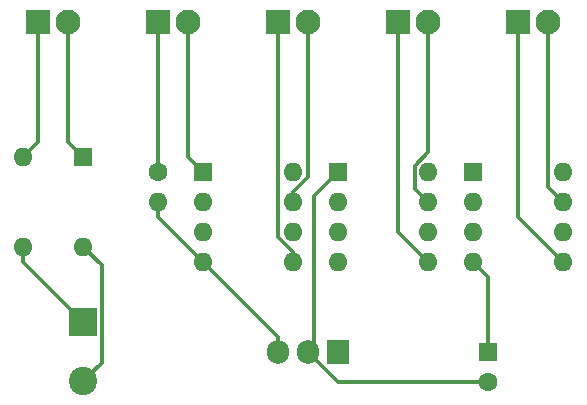
<source format=gbr>
%TF.GenerationSoftware,KiCad,Pcbnew,(5.1.12-1-10_14)*%
%TF.CreationDate,2022-01-01T08:23:09-08:00*%
%TF.ProjectId,panel-supply,70616e65-6c2d-4737-9570-706c792e6b69,0.1*%
%TF.SameCoordinates,Original*%
%TF.FileFunction,Copper,L1,Top*%
%TF.FilePolarity,Positive*%
%FSLAX46Y46*%
G04 Gerber Fmt 4.6, Leading zero omitted, Abs format (unit mm)*
G04 Created by KiCad (PCBNEW (5.1.12-1-10_14)) date 2022-01-01 08:23:09*
%MOMM*%
%LPD*%
G01*
G04 APERTURE LIST*
%TA.AperFunction,ComponentPad*%
%ADD10R,1.600000X1.600000*%
%TD*%
%TA.AperFunction,ComponentPad*%
%ADD11O,1.600000X1.600000*%
%TD*%
%TA.AperFunction,ComponentPad*%
%ADD12C,1.600000*%
%TD*%
%TA.AperFunction,ComponentPad*%
%ADD13R,2.400000X2.400000*%
%TD*%
%TA.AperFunction,ComponentPad*%
%ADD14C,2.400000*%
%TD*%
%TA.AperFunction,ComponentPad*%
%ADD15R,2.100000X2.100000*%
%TD*%
%TA.AperFunction,ComponentPad*%
%ADD16C,2.100000*%
%TD*%
%TA.AperFunction,ComponentPad*%
%ADD17R,1.905000X2.000000*%
%TD*%
%TA.AperFunction,ComponentPad*%
%ADD18O,1.905000X2.000000*%
%TD*%
%TA.AperFunction,Conductor*%
%ADD19C,0.300000*%
%TD*%
G04 APERTURE END LIST*
D10*
%TO.P,D1,1*%
%TO.N,Net-(D1-Pad1)*%
X142240000Y-100330000D03*
D11*
%TO.P,D1,3*%
%TO.N,Net-(C1-Pad1)*%
X137160000Y-107950000D03*
%TO.P,D1,2*%
%TO.N,Net-(D1-Pad2)*%
X137160000Y-100330000D03*
%TO.P,D1,4*%
%TO.N,Net-(C1-Pad2)*%
X142240000Y-107950000D03*
%TD*%
D12*
%TO.P,C2,2*%
%TO.N,Net-(C1-Pad2)*%
X176530000Y-119340000D03*
D10*
%TO.P,C2,1*%
%TO.N,Net-(C2-Pad1)*%
X176530000Y-116840000D03*
%TD*%
D13*
%TO.P,C1,1*%
%TO.N,Net-(C1-Pad1)*%
X142240000Y-114300000D03*
D14*
%TO.P,C1,2*%
%TO.N,Net-(C1-Pad2)*%
X142240000Y-119300000D03*
%TD*%
D15*
%TO.P,J1,1*%
%TO.N,Net-(D1-Pad2)*%
X138430000Y-88900000D03*
D16*
%TO.P,J1,2*%
%TO.N,Net-(D1-Pad1)*%
X140970000Y-88900000D03*
%TD*%
%TO.P,J2,2*%
%TO.N,Net-(C1-Pad2)*%
X151130000Y-88900000D03*
D15*
%TO.P,J2,1*%
%TO.N,Net-(J2-Pad1)*%
X148590000Y-88900000D03*
%TD*%
%TO.P,J3,1*%
%TO.N,Net-(J3-Pad1)*%
X158750000Y-88900000D03*
D16*
%TO.P,J3,2*%
%TO.N,Net-(J3-Pad2)*%
X161290000Y-88900000D03*
%TD*%
%TO.P,J4,2*%
%TO.N,Net-(J4-Pad2)*%
X171450000Y-88900000D03*
D15*
%TO.P,J4,1*%
%TO.N,Net-(J4-Pad1)*%
X168910000Y-88900000D03*
%TD*%
%TO.P,J5,1*%
%TO.N,Net-(J5-Pad1)*%
X179070000Y-88900000D03*
D16*
%TO.P,J5,2*%
%TO.N,Net-(J5-Pad2)*%
X181610000Y-88900000D03*
%TD*%
D12*
%TO.P,R1,1*%
%TO.N,Net-(J2-Pad1)*%
X148590000Y-101600000D03*
D11*
%TO.P,R1,2*%
%TO.N,Net-(C2-Pad1)*%
X148590000Y-104140000D03*
%TD*%
D17*
%TO.P,U1,1*%
%TO.N,Net-(C1-Pad1)*%
X163830000Y-116840000D03*
D18*
%TO.P,U1,2*%
%TO.N,Net-(C1-Pad2)*%
X161290000Y-116840000D03*
%TO.P,U1,3*%
%TO.N,Net-(C2-Pad1)*%
X158750000Y-116840000D03*
%TD*%
D10*
%TO.P,U2,1*%
%TO.N,Net-(C1-Pad2)*%
X152400000Y-101600000D03*
D11*
%TO.P,U2,5*%
%TO.N,Net-(J3-Pad1)*%
X160020000Y-109220000D03*
%TO.P,U2,2*%
%TO.N,N/C*%
X152400000Y-104140000D03*
%TO.P,U2,6*%
X160020000Y-106680000D03*
%TO.P,U2,3*%
X152400000Y-106680000D03*
%TO.P,U2,7*%
%TO.N,Net-(J3-Pad2)*%
X160020000Y-104140000D03*
%TO.P,U2,4*%
%TO.N,Net-(C2-Pad1)*%
X152400000Y-109220000D03*
%TO.P,U2,8*%
%TO.N,N/C*%
X160020000Y-101600000D03*
%TD*%
%TO.P,U3,8*%
%TO.N,N/C*%
X171450000Y-101600000D03*
%TO.P,U3,4*%
%TO.N,Net-(C2-Pad1)*%
X163830000Y-109220000D03*
%TO.P,U3,7*%
%TO.N,Net-(J4-Pad2)*%
X171450000Y-104140000D03*
%TO.P,U3,3*%
%TO.N,N/C*%
X163830000Y-106680000D03*
%TO.P,U3,6*%
X171450000Y-106680000D03*
%TO.P,U3,2*%
X163830000Y-104140000D03*
%TO.P,U3,5*%
%TO.N,Net-(J4-Pad1)*%
X171450000Y-109220000D03*
D10*
%TO.P,U3,1*%
%TO.N,Net-(C1-Pad2)*%
X163830000Y-101600000D03*
%TD*%
%TO.P,U4,1*%
%TO.N,Net-(C1-Pad2)*%
X175260000Y-101600000D03*
D11*
%TO.P,U4,5*%
%TO.N,Net-(J5-Pad1)*%
X182880000Y-109220000D03*
%TO.P,U4,2*%
%TO.N,N/C*%
X175260000Y-104140000D03*
%TO.P,U4,6*%
X182880000Y-106680000D03*
%TO.P,U4,3*%
X175260000Y-106680000D03*
%TO.P,U4,7*%
%TO.N,Net-(J5-Pad2)*%
X182880000Y-104140000D03*
%TO.P,U4,4*%
%TO.N,Net-(C2-Pad1)*%
X175260000Y-109220000D03*
%TO.P,U4,8*%
%TO.N,N/C*%
X182880000Y-101600000D03*
%TD*%
D19*
%TO.N,Net-(C1-Pad1)*%
X137160000Y-109220000D02*
X142240000Y-114300000D01*
X137160000Y-107950000D02*
X137160000Y-109220000D01*
%TO.N,Net-(C1-Pad2)*%
X161790010Y-103639990D02*
X163830000Y-101600000D01*
X161790010Y-116339990D02*
X161790010Y-103639990D01*
X161290000Y-116840000D02*
X161790010Y-116339990D01*
X163790000Y-119340000D02*
X161290000Y-116840000D01*
X176530000Y-119340000D02*
X163790000Y-119340000D01*
X151130000Y-100330000D02*
X152400000Y-101600000D01*
X151130000Y-88900000D02*
X151130000Y-100330000D01*
X143790001Y-117749999D02*
X142240000Y-119300000D01*
X143790001Y-109500001D02*
X143790001Y-117749999D01*
X142240000Y-107950000D02*
X143790001Y-109500001D01*
%TO.N,Net-(C2-Pad1)*%
X176530000Y-110490000D02*
X175260000Y-109220000D01*
X176530000Y-116840000D02*
X176530000Y-110490000D01*
X158750000Y-115570000D02*
X152400000Y-109220000D01*
X158750000Y-116840000D02*
X158750000Y-115570000D01*
X148590000Y-105410000D02*
X152400000Y-109220000D01*
X148590000Y-104140000D02*
X148590000Y-105410000D01*
%TO.N,Net-(D1-Pad1)*%
X140970000Y-99060000D02*
X142240000Y-100330000D01*
X140970000Y-88900000D02*
X140970000Y-99060000D01*
%TO.N,Net-(D1-Pad2)*%
X138430000Y-99060000D02*
X137160000Y-100330000D01*
X138430000Y-88900000D02*
X138430000Y-99060000D01*
%TO.N,Net-(J2-Pad1)*%
X148590000Y-88900000D02*
X148590000Y-101600000D01*
%TO.N,Net-(J3-Pad1)*%
X158750000Y-107112002D02*
X160020000Y-108382002D01*
X160020000Y-108382002D02*
X160020000Y-109220000D01*
X158750000Y-88900000D02*
X158750000Y-107112002D01*
%TO.N,Net-(J3-Pad2)*%
X160020000Y-103302002D02*
X160020000Y-104140000D01*
X161290000Y-102032002D02*
X160020000Y-103302002D01*
X161290000Y-88900000D02*
X161290000Y-102032002D01*
%TO.N,Net-(J4-Pad2)*%
X170299999Y-102989999D02*
X171450000Y-104140000D01*
X170299999Y-101047999D02*
X170299999Y-102989999D01*
X171450000Y-99897998D02*
X170299999Y-101047999D01*
X171450000Y-88900000D02*
X171450000Y-99897998D01*
%TO.N,Net-(J4-Pad1)*%
X168910000Y-106680000D02*
X171450000Y-109220000D01*
X168910000Y-88900000D02*
X168910000Y-106680000D01*
%TO.N,Net-(J5-Pad1)*%
X179070000Y-105410000D02*
X182880000Y-109220000D01*
X179070000Y-88900000D02*
X179070000Y-105410000D01*
%TO.N,Net-(J5-Pad2)*%
X181610000Y-102870000D02*
X182880000Y-104140000D01*
X181610000Y-88900000D02*
X181610000Y-102870000D01*
%TD*%
M02*

</source>
